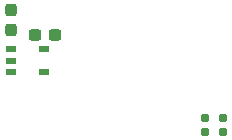
<source format=gbp>
G04 #@! TF.GenerationSoftware,KiCad,Pcbnew,9.0.0*
G04 #@! TF.CreationDate,2025-04-11T10:19:01+02:00*
G04 #@! TF.ProjectId,Janus_finalV,4a616e75-735f-4666-996e-616c562e6b69,rev?*
G04 #@! TF.SameCoordinates,Original*
G04 #@! TF.FileFunction,Paste,Bot*
G04 #@! TF.FilePolarity,Positive*
%FSLAX46Y46*%
G04 Gerber Fmt 4.6, Leading zero omitted, Abs format (unit mm)*
G04 Created by KiCad (PCBNEW 9.0.0) date 2025-04-11 10:19:01*
%MOMM*%
%LPD*%
G01*
G04 APERTURE LIST*
G04 Aperture macros list*
%AMRoundRect*
0 Rectangle with rounded corners*
0 $1 Rounding radius*
0 $2 $3 $4 $5 $6 $7 $8 $9 X,Y pos of 4 corners*
0 Add a 4 corners polygon primitive as box body*
4,1,4,$2,$3,$4,$5,$6,$7,$8,$9,$2,$3,0*
0 Add four circle primitives for the rounded corners*
1,1,$1+$1,$2,$3*
1,1,$1+$1,$4,$5*
1,1,$1+$1,$6,$7*
1,1,$1+$1,$8,$9*
0 Add four rect primitives between the rounded corners*
20,1,$1+$1,$2,$3,$4,$5,0*
20,1,$1+$1,$4,$5,$6,$7,0*
20,1,$1+$1,$6,$7,$8,$9,0*
20,1,$1+$1,$8,$9,$2,$3,0*%
G04 Aperture macros list end*
%ADD10RoundRect,0.160000X-0.160000X0.197500X-0.160000X-0.197500X0.160000X-0.197500X0.160000X0.197500X0*%
%ADD11R,0.900000X0.600000*%
%ADD12RoundRect,0.237500X-0.300000X-0.237500X0.300000X-0.237500X0.300000X0.237500X-0.300000X0.237500X0*%
%ADD13RoundRect,0.237500X0.237500X-0.300000X0.237500X0.300000X-0.237500X0.300000X-0.237500X-0.300000X0*%
G04 APERTURE END LIST*
D10*
X141120000Y-71182500D03*
X141120000Y-72377500D03*
X142620000Y-71192500D03*
X142620000Y-72387500D03*
D11*
X124662500Y-67250000D03*
X124662500Y-66300000D03*
X124662500Y-65350000D03*
X127462500Y-65350000D03*
X127462500Y-67250000D03*
D12*
X126700000Y-64100000D03*
X128425000Y-64100000D03*
D13*
X124700000Y-63725000D03*
X124700000Y-62000000D03*
M02*

</source>
